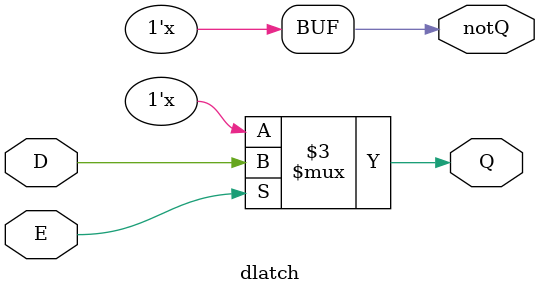
<source format=v>
module dlatch(
    input E,D,
    output reg Q, notQ
    );
    
    always @(E) begin
        if (E)
            Q <= D;
            notQ <= ~Q;
    end
endmodule

</source>
